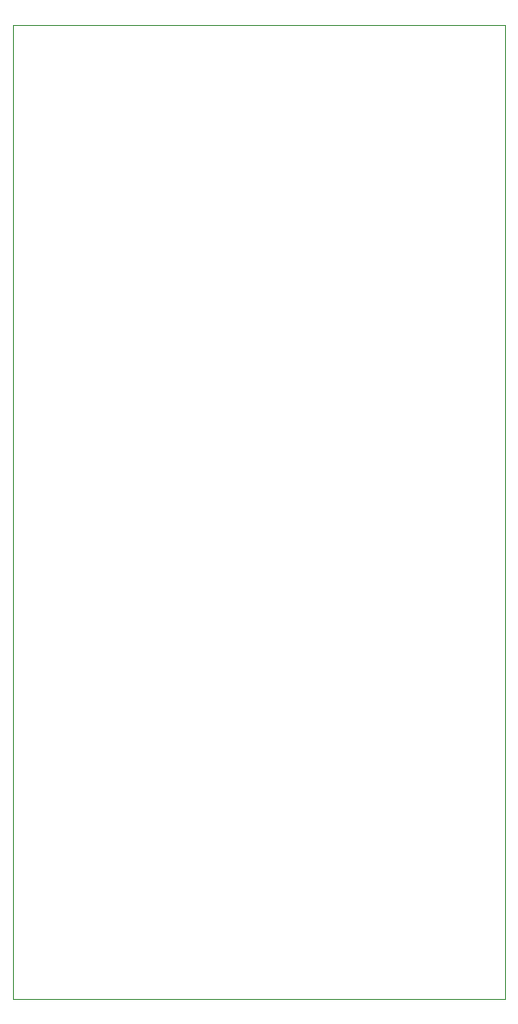
<source format=gm1>
%TF.GenerationSoftware,KiCad,Pcbnew,(6.0.5)*%
%TF.CreationDate,2022-08-02T11:39:28-06:00*%
%TF.ProjectId,fet_stress_test,6665745f-7374-4726-9573-735f74657374,rev?*%
%TF.SameCoordinates,Original*%
%TF.FileFunction,Profile,NP*%
%FSLAX46Y46*%
G04 Gerber Fmt 4.6, Leading zero omitted, Abs format (unit mm)*
G04 Created by KiCad (PCBNEW (6.0.5)) date 2022-08-02 11:39:28*
%MOMM*%
%LPD*%
G01*
G04 APERTURE LIST*
%TA.AperFunction,Profile*%
%ADD10C,0.100000*%
%TD*%
G04 APERTURE END LIST*
D10*
X99550000Y-59900000D02*
X144550000Y-59900000D01*
X144550000Y-59900000D02*
X144550000Y-148900000D01*
X144550000Y-148900000D02*
X99550000Y-148900000D01*
X99550000Y-148900000D02*
X99550000Y-59900000D01*
M02*

</source>
